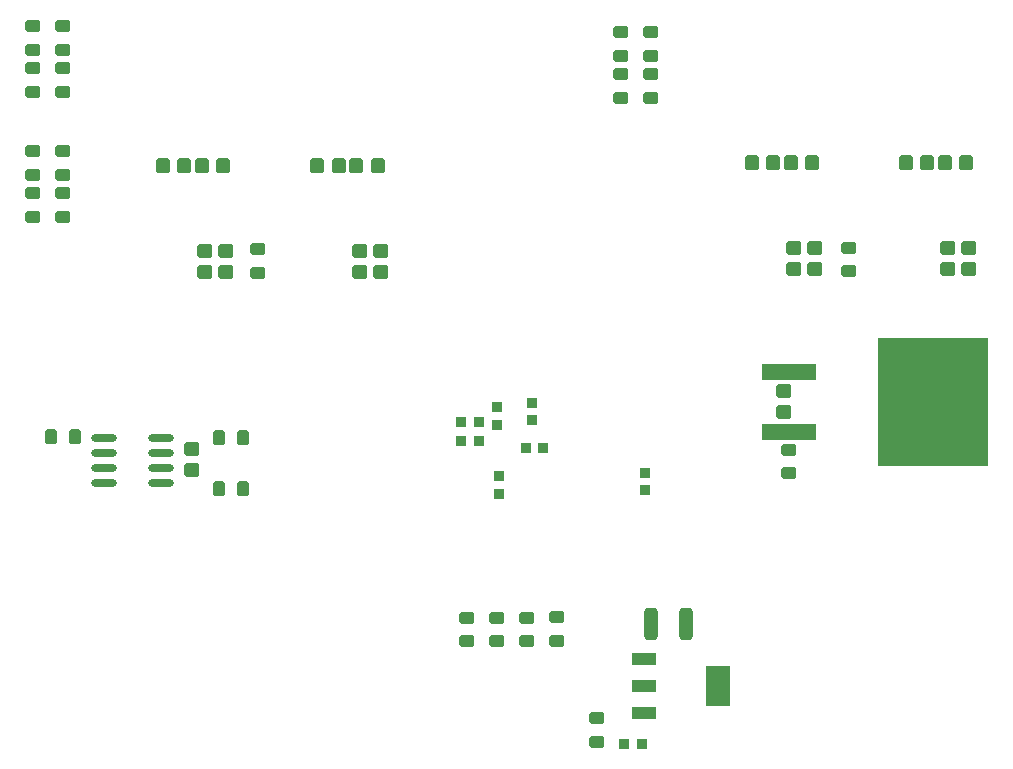
<source format=gbp>
G04*
G04 #@! TF.GenerationSoftware,Altium Limited,Altium Designer,18.0.12 (696)*
G04*
G04 Layer_Color=6316128*
%FSLAX44Y44*%
%MOMM*%
G71*
G01*
G75*
%ADD19O,2.2000X0.6000*%
G04:AMPARAMS|DCode=20|XSize=1.27mm|YSize=1.15mm|CornerRadius=0.1725mm|HoleSize=0mm|Usage=FLASHONLY|Rotation=270.000|XOffset=0mm|YOffset=0mm|HoleType=Round|Shape=RoundedRectangle|*
%AMROUNDEDRECTD20*
21,1,1.2700,0.8050,0,0,270.0*
21,1,0.9250,1.1500,0,0,270.0*
1,1,0.3450,-0.4025,-0.4625*
1,1,0.3450,-0.4025,0.4625*
1,1,0.3450,0.4025,0.4625*
1,1,0.3450,0.4025,-0.4625*
%
%ADD20ROUNDEDRECTD20*%
G04:AMPARAMS|DCode=28|XSize=0.9mm|YSize=0.9mm|CornerRadius=0.135mm|HoleSize=0mm|Usage=FLASHONLY|Rotation=90.000|XOffset=0mm|YOffset=0mm|HoleType=Round|Shape=RoundedRectangle|*
%AMROUNDEDRECTD28*
21,1,0.9000,0.6300,0,0,90.0*
21,1,0.6300,0.9000,0,0,90.0*
1,1,0.2700,0.3150,0.3150*
1,1,0.2700,0.3150,-0.3150*
1,1,0.2700,-0.3150,-0.3150*
1,1,0.2700,-0.3150,0.3150*
%
%ADD28ROUNDEDRECTD28*%
G04:AMPARAMS|DCode=29|XSize=2.7mm|YSize=1.15mm|CornerRadius=0.2875mm|HoleSize=0mm|Usage=FLASHONLY|Rotation=270.000|XOffset=0mm|YOffset=0mm|HoleType=Round|Shape=RoundedRectangle|*
%AMROUNDEDRECTD29*
21,1,2.7000,0.5750,0,0,270.0*
21,1,2.1250,1.1500,0,0,270.0*
1,1,0.5750,-0.2875,-1.0625*
1,1,0.5750,-0.2875,1.0625*
1,1,0.5750,0.2875,1.0625*
1,1,0.5750,0.2875,-1.0625*
%
%ADD29ROUNDEDRECTD29*%
G04:AMPARAMS|DCode=32|XSize=1.27mm|YSize=0.95mm|CornerRadius=0.1425mm|HoleSize=0mm|Usage=FLASHONLY|Rotation=180.000|XOffset=0mm|YOffset=0mm|HoleType=Round|Shape=RoundedRectangle|*
%AMROUNDEDRECTD32*
21,1,1.2700,0.6650,0,0,180.0*
21,1,0.9850,0.9500,0,0,180.0*
1,1,0.2850,-0.4925,0.3325*
1,1,0.2850,0.4925,0.3325*
1,1,0.2850,0.4925,-0.3325*
1,1,0.2850,-0.4925,-0.3325*
%
%ADD32ROUNDEDRECTD32*%
G04:AMPARAMS|DCode=33|XSize=1.27mm|YSize=0.95mm|CornerRadius=0.1425mm|HoleSize=0mm|Usage=FLASHONLY|Rotation=270.000|XOffset=0mm|YOffset=0mm|HoleType=Round|Shape=RoundedRectangle|*
%AMROUNDEDRECTD33*
21,1,1.2700,0.6650,0,0,270.0*
21,1,0.9850,0.9500,0,0,270.0*
1,1,0.2850,-0.3325,-0.4925*
1,1,0.2850,-0.3325,0.4925*
1,1,0.2850,0.3325,0.4925*
1,1,0.2850,0.3325,-0.4925*
%
%ADD33ROUNDEDRECTD33*%
G04:AMPARAMS|DCode=85|XSize=1.27mm|YSize=1.15mm|CornerRadius=0.1725mm|HoleSize=0mm|Usage=FLASHONLY|Rotation=0.000|XOffset=0mm|YOffset=0mm|HoleType=Round|Shape=RoundedRectangle|*
%AMROUNDEDRECTD85*
21,1,1.2700,0.8050,0,0,0.0*
21,1,0.9250,1.1500,0,0,0.0*
1,1,0.3450,0.4625,-0.4025*
1,1,0.3450,-0.4625,-0.4025*
1,1,0.3450,-0.4625,0.4025*
1,1,0.3450,0.4625,0.4025*
%
%ADD85ROUNDEDRECTD85*%
%ADD86R,2.1500X1.1000*%
%ADD87R,2.1500X1.1000*%
%ADD88R,2.1500X3.5000*%
%ADD89R,4.6482X1.3716*%
%ADD90R,9.3980X10.8204*%
G04:AMPARAMS|DCode=91|XSize=0.9mm|YSize=0.9mm|CornerRadius=0.135mm|HoleSize=0mm|Usage=FLASHONLY|Rotation=0.000|XOffset=0mm|YOffset=0mm|HoleType=Round|Shape=RoundedRectangle|*
%AMROUNDEDRECTD91*
21,1,0.9000,0.6300,0,0,0.0*
21,1,0.6300,0.9000,0,0,0.0*
1,1,0.2700,0.3150,-0.3150*
1,1,0.2700,-0.3150,-0.3150*
1,1,0.2700,-0.3150,0.3150*
1,1,0.2700,0.3150,0.3150*
%
%ADD91ROUNDEDRECTD91*%
D19*
X366740Y992312D02*
D03*
Y1005012D02*
D03*
Y1017712D02*
D03*
Y1030412D02*
D03*
X414740Y992312D02*
D03*
Y1005012D02*
D03*
Y1017712D02*
D03*
Y1030412D02*
D03*
D20*
X449470Y1261110D02*
D03*
X467470D02*
D03*
X947818Y1263650D02*
D03*
X965818D02*
D03*
X598280Y1261110D02*
D03*
X580280D02*
D03*
X1096628Y1263650D02*
D03*
X1078628D02*
D03*
X416450Y1261110D02*
D03*
X434450D02*
D03*
X914798Y1263650D02*
D03*
X932798D02*
D03*
X547260Y1261110D02*
D03*
X565260D02*
D03*
X1045608Y1263650D02*
D03*
X1063608D02*
D03*
D28*
X738512Y1022350D02*
D03*
X723512D02*
D03*
X668902Y1027684D02*
D03*
X683902D02*
D03*
X669156Y1043940D02*
D03*
X684156D02*
D03*
X822078Y771398D02*
D03*
X807078D02*
D03*
D29*
X829564Y872744D02*
D03*
X859564D02*
D03*
D32*
X497331Y1190337D02*
D03*
Y1170337D02*
D03*
X997708Y1191862D02*
D03*
Y1171862D02*
D03*
X306070Y1253490D02*
D03*
Y1273490D02*
D03*
Y1359220D02*
D03*
Y1379220D02*
D03*
X803910Y1353980D02*
D03*
Y1373980D02*
D03*
X331470Y1253490D02*
D03*
Y1273490D02*
D03*
Y1359220D02*
D03*
Y1379220D02*
D03*
X829310Y1353980D02*
D03*
Y1373980D02*
D03*
X306070Y1217930D02*
D03*
Y1237930D02*
D03*
Y1323660D02*
D03*
Y1343660D02*
D03*
X803910Y1318420D02*
D03*
Y1338420D02*
D03*
X331470Y1217930D02*
D03*
Y1237930D02*
D03*
Y1323660D02*
D03*
Y1343660D02*
D03*
X829310Y1318420D02*
D03*
Y1338420D02*
D03*
X784178Y773590D02*
D03*
Y793590D02*
D03*
X750062Y878680D02*
D03*
Y858680D02*
D03*
X724662Y878426D02*
D03*
Y858426D02*
D03*
X699262Y878426D02*
D03*
Y858426D02*
D03*
X673608Y878426D02*
D03*
Y858426D02*
D03*
X946418Y1020592D02*
D03*
Y1000592D02*
D03*
D33*
X341826Y1031338D02*
D03*
X321826D02*
D03*
X464240Y1030322D02*
D03*
X484240D02*
D03*
X463839Y987447D02*
D03*
X483839D02*
D03*
D85*
X469900Y1170830D02*
D03*
Y1188830D02*
D03*
X968248Y1173370D02*
D03*
Y1191370D02*
D03*
X600710Y1170830D02*
D03*
Y1188830D02*
D03*
X1099058Y1173370D02*
D03*
Y1191370D02*
D03*
X582930Y1170830D02*
D03*
Y1188830D02*
D03*
X1081278Y1173370D02*
D03*
Y1191370D02*
D03*
X441300Y1021288D02*
D03*
Y1003288D02*
D03*
X942608Y1052392D02*
D03*
Y1070392D02*
D03*
X950468Y1173370D02*
D03*
Y1191370D02*
D03*
X452120Y1170830D02*
D03*
Y1188830D02*
D03*
D86*
X823964Y797674D02*
D03*
Y843674D02*
D03*
D87*
Y820674D02*
D03*
D88*
X885964Y820674D02*
D03*
D89*
X946670Y1036126D02*
D03*
Y1086926D02*
D03*
D90*
X1068554Y1061526D02*
D03*
D91*
X824992Y986402D02*
D03*
Y1001402D02*
D03*
X728726Y1060584D02*
D03*
Y1045584D02*
D03*
X700786Y983100D02*
D03*
Y998100D02*
D03*
X699008Y1057028D02*
D03*
Y1042028D02*
D03*
M02*

</source>
